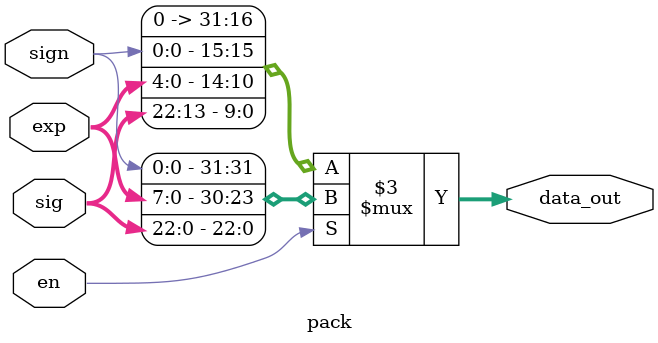
<source format=v>
module pack (en, sign, exp, sig, data_out);

    input en, sign;
    input [7:0]exp;
    input [22:0]sig;
    output reg [31:0] data_out;

    always @(sign, exp, sig) begin
        if(en) begin
            data_out = {sign, exp, sig};
        end
        else begin
            data_out = {16'h0000, sign, exp[4:0], sig[22-:10]};
        end
    end
    
endmodule
</source>
